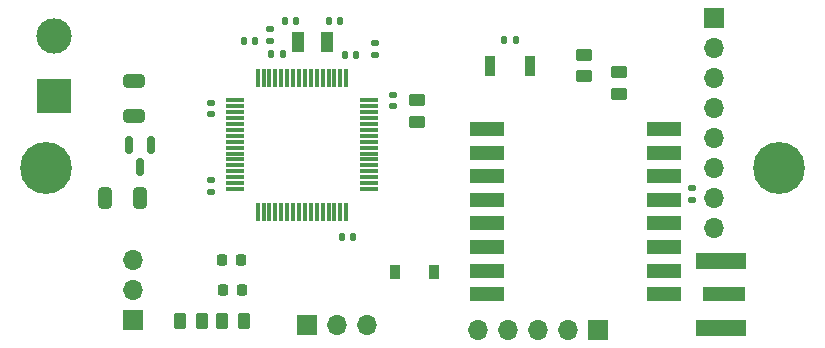
<source format=gbr>
%TF.GenerationSoftware,KiCad,Pcbnew,(6.0.1)*%
%TF.CreationDate,2023-03-06T20:27:36-05:00*%
%TF.ProjectId,PCBFiles_Node,50434246-696c-4657-935f-4e6f64652e6b,rev?*%
%TF.SameCoordinates,Original*%
%TF.FileFunction,Soldermask,Top*%
%TF.FilePolarity,Negative*%
%FSLAX46Y46*%
G04 Gerber Fmt 4.6, Leading zero omitted, Abs format (unit mm)*
G04 Created by KiCad (PCBNEW (6.0.1)) date 2023-03-06 20:27:37*
%MOMM*%
%LPD*%
G01*
G04 APERTURE LIST*
G04 Aperture macros list*
%AMRoundRect*
0 Rectangle with rounded corners*
0 $1 Rounding radius*
0 $2 $3 $4 $5 $6 $7 $8 $9 X,Y pos of 4 corners*
0 Add a 4 corners polygon primitive as box body*
4,1,4,$2,$3,$4,$5,$6,$7,$8,$9,$2,$3,0*
0 Add four circle primitives for the rounded corners*
1,1,$1+$1,$2,$3*
1,1,$1+$1,$4,$5*
1,1,$1+$1,$6,$7*
1,1,$1+$1,$8,$9*
0 Add four rect primitives between the rounded corners*
20,1,$1+$1,$2,$3,$4,$5,0*
20,1,$1+$1,$4,$5,$6,$7,0*
20,1,$1+$1,$6,$7,$8,$9,0*
20,1,$1+$1,$8,$9,$2,$3,0*%
G04 Aperture macros list end*
%ADD10R,3.000000X3.000000*%
%ADD11C,3.000000*%
%ADD12RoundRect,0.250000X-0.450000X0.262500X-0.450000X-0.262500X0.450000X-0.262500X0.450000X0.262500X0*%
%ADD13RoundRect,0.140000X0.140000X0.170000X-0.140000X0.170000X-0.140000X-0.170000X0.140000X-0.170000X0*%
%ADD14RoundRect,0.140000X0.170000X-0.140000X0.170000X0.140000X-0.170000X0.140000X-0.170000X-0.140000X0*%
%ADD15R,0.900000X1.200000*%
%ADD16RoundRect,0.075000X-0.075000X0.700000X-0.075000X-0.700000X0.075000X-0.700000X0.075000X0.700000X0*%
%ADD17RoundRect,0.075000X-0.700000X0.075000X-0.700000X-0.075000X0.700000X-0.075000X0.700000X0.075000X0*%
%ADD18RoundRect,0.140000X-0.140000X-0.170000X0.140000X-0.170000X0.140000X0.170000X-0.140000X0.170000X0*%
%ADD19RoundRect,0.250000X0.650000X-0.325000X0.650000X0.325000X-0.650000X0.325000X-0.650000X-0.325000X0*%
%ADD20C,4.400000*%
%ADD21RoundRect,0.140000X-0.170000X0.140000X-0.170000X-0.140000X0.170000X-0.140000X0.170000X0.140000X0*%
%ADD22RoundRect,0.147500X-0.147500X-0.172500X0.147500X-0.172500X0.147500X0.172500X-0.147500X0.172500X0*%
%ADD23RoundRect,0.250000X0.325000X0.650000X-0.325000X0.650000X-0.325000X-0.650000X0.325000X-0.650000X0*%
%ADD24R,0.900000X1.700000*%
%ADD25RoundRect,0.250000X0.450000X-0.262500X0.450000X0.262500X-0.450000X0.262500X-0.450000X-0.262500X0*%
%ADD26RoundRect,0.250000X-0.262500X-0.450000X0.262500X-0.450000X0.262500X0.450000X-0.262500X0.450000X0*%
%ADD27R,1.000000X1.800000*%
%ADD28RoundRect,0.250000X0.262500X0.450000X-0.262500X0.450000X-0.262500X-0.450000X0.262500X-0.450000X0*%
%ADD29RoundRect,0.150000X-0.150000X0.587500X-0.150000X-0.587500X0.150000X-0.587500X0.150000X0.587500X0*%
%ADD30R,1.700000X1.700000*%
%ADD31O,1.700000X1.700000*%
%ADD32R,3.000000X1.300000*%
%ADD33RoundRect,0.218750X-0.218750X-0.256250X0.218750X-0.256250X0.218750X0.256250X-0.218750X0.256250X0*%
%ADD34RoundRect,0.218750X0.218750X0.256250X-0.218750X0.256250X-0.218750X-0.256250X0.218750X-0.256250X0*%
%ADD35R,3.600000X1.270000*%
%ADD36R,4.200000X1.350000*%
G04 APERTURE END LIST*
D10*
%TO.C,J1*%
X48200000Y-92140000D03*
D11*
X48200000Y-87060000D03*
%TD*%
D12*
%TO.C,R4*%
X96040000Y-90177500D03*
X96040000Y-92002500D03*
%TD*%
D13*
%TO.C,C13*%
X68730000Y-85855000D03*
X67770000Y-85855000D03*
%TD*%
D14*
%TO.C,C14*%
X102240000Y-100960000D03*
X102240000Y-100000000D03*
%TD*%
D15*
%TO.C,D1*%
X80360000Y-107100000D03*
X77060000Y-107100000D03*
%TD*%
D16*
%TO.C,U1*%
X72950000Y-90625000D03*
X72450000Y-90625000D03*
X71950000Y-90625000D03*
X71450000Y-90625000D03*
X70950000Y-90625000D03*
X70450000Y-90625000D03*
X69950000Y-90625000D03*
X69450000Y-90625000D03*
X68950000Y-90625000D03*
X68450000Y-90625000D03*
X67950000Y-90625000D03*
X67450000Y-90625000D03*
X66950000Y-90625000D03*
X66450000Y-90625000D03*
X65950000Y-90625000D03*
X65450000Y-90625000D03*
D17*
X63525000Y-92550000D03*
X63525000Y-93050000D03*
X63525000Y-93550000D03*
X63525000Y-94050000D03*
X63525000Y-94550000D03*
X63525000Y-95050000D03*
X63525000Y-95550000D03*
X63525000Y-96050000D03*
X63525000Y-96550000D03*
X63525000Y-97050000D03*
X63525000Y-97550000D03*
X63525000Y-98050000D03*
X63525000Y-98550000D03*
X63525000Y-99050000D03*
X63525000Y-99550000D03*
X63525000Y-100050000D03*
D16*
X65450000Y-101975000D03*
X65950000Y-101975000D03*
X66450000Y-101975000D03*
X66950000Y-101975000D03*
X67450000Y-101975000D03*
X67950000Y-101975000D03*
X68450000Y-101975000D03*
X68950000Y-101975000D03*
X69450000Y-101975000D03*
X69950000Y-101975000D03*
X70450000Y-101975000D03*
X70950000Y-101975000D03*
X71450000Y-101975000D03*
X71950000Y-101975000D03*
X72450000Y-101975000D03*
X72950000Y-101975000D03*
D17*
X74875000Y-100050000D03*
X74875000Y-99550000D03*
X74875000Y-99050000D03*
X74875000Y-98550000D03*
X74875000Y-98050000D03*
X74875000Y-97550000D03*
X74875000Y-97050000D03*
X74875000Y-96550000D03*
X74875000Y-96050000D03*
X74875000Y-95550000D03*
X74875000Y-95050000D03*
X74875000Y-94550000D03*
X74875000Y-94050000D03*
X74875000Y-93550000D03*
X74875000Y-93050000D03*
X74875000Y-92550000D03*
%TD*%
D14*
%TO.C,C10*%
X66500000Y-87480000D03*
X66500000Y-86520000D03*
%TD*%
D18*
%TO.C,C11*%
X66620000Y-88650000D03*
X67580000Y-88650000D03*
%TD*%
D19*
%TO.C,C1*%
X54970000Y-93875000D03*
X54970000Y-90925000D03*
%TD*%
D20*
%TO.C,H1*%
X109600000Y-98300000D03*
%TD*%
D21*
%TO.C,C8*%
X76900000Y-92070000D03*
X76900000Y-93030000D03*
%TD*%
D14*
%TO.C,C3*%
X75400000Y-88680000D03*
X75400000Y-87720000D03*
%TD*%
%TO.C,C6*%
X61500000Y-100280000D03*
X61500000Y-99320000D03*
%TD*%
D22*
%TO.C,L1*%
X64265000Y-87550000D03*
X65235000Y-87550000D03*
%TD*%
D23*
%TO.C,C2*%
X55505000Y-100780000D03*
X52555000Y-100780000D03*
%TD*%
D24*
%TO.C,SW1*%
X85110000Y-89650000D03*
X88510000Y-89650000D03*
%TD*%
D25*
%TO.C,R1*%
X78950000Y-94372500D03*
X78950000Y-92547500D03*
%TD*%
D26*
%TO.C,R2*%
X62437500Y-111250000D03*
X64262500Y-111250000D03*
%TD*%
D27*
%TO.C,Y1*%
X68850000Y-87600000D03*
X71350000Y-87600000D03*
%TD*%
D28*
%TO.C,R3*%
X60712500Y-111250000D03*
X58887500Y-111250000D03*
%TD*%
D12*
%TO.C,R5*%
X93100000Y-88667500D03*
X93100000Y-90492500D03*
%TD*%
D13*
%TO.C,C4*%
X73780000Y-88700000D03*
X72820000Y-88700000D03*
%TD*%
D29*
%TO.C,U3*%
X56460000Y-96332500D03*
X54560000Y-96332500D03*
X55510000Y-98207500D03*
%TD*%
D30*
%TO.C,J4*%
X94240000Y-111960000D03*
D31*
X91700000Y-111960000D03*
X89160000Y-111960000D03*
X86620000Y-111960000D03*
X84080000Y-111960000D03*
%TD*%
D18*
%TO.C,C9*%
X86330000Y-87400000D03*
X87290000Y-87400000D03*
%TD*%
%TO.C,C12*%
X71470000Y-85855000D03*
X72430000Y-85855000D03*
%TD*%
D13*
%TO.C,C7*%
X73530000Y-104100000D03*
X72570000Y-104100000D03*
%TD*%
D32*
%TO.C,U2*%
X84850000Y-94960000D03*
X84850000Y-96960000D03*
X84850000Y-98960000D03*
X84850000Y-100960000D03*
X84850000Y-102960000D03*
X84850000Y-104960000D03*
X84850000Y-106960000D03*
X84850000Y-108960000D03*
X99850000Y-94960000D03*
X99850000Y-96960000D03*
X99850000Y-98960000D03*
X99850000Y-100960000D03*
X99850000Y-102960000D03*
X99850000Y-104960000D03*
X99850000Y-106960000D03*
X99850000Y-108960000D03*
%TD*%
D14*
%TO.C,C5*%
X61500000Y-93730000D03*
X61500000Y-92770000D03*
%TD*%
D20*
%TO.C,H2*%
X47500000Y-98300000D03*
%TD*%
D33*
%TO.C,D2*%
X62512500Y-108600000D03*
X64087500Y-108600000D03*
%TD*%
D34*
%TO.C,D3*%
X64037500Y-106050000D03*
X62462500Y-106050000D03*
%TD*%
D30*
%TO.C,J2*%
X69600000Y-111575000D03*
D31*
X72140000Y-111575000D03*
X74680000Y-111575000D03*
%TD*%
D35*
%TO.C,J7*%
X104900000Y-108970000D03*
D36*
X104700000Y-111795000D03*
X104700000Y-106145000D03*
%TD*%
D30*
%TO.C,J5*%
X54900000Y-111180000D03*
D31*
X54900000Y-108640000D03*
X54900000Y-106100000D03*
%TD*%
D30*
%TO.C,J3*%
X104100000Y-85600000D03*
D31*
X104100000Y-88140000D03*
X104100000Y-90680000D03*
X104100000Y-93220000D03*
X104100000Y-95760000D03*
X104100000Y-98300000D03*
X104100000Y-100840000D03*
X104100000Y-103380000D03*
%TD*%
M02*

</source>
